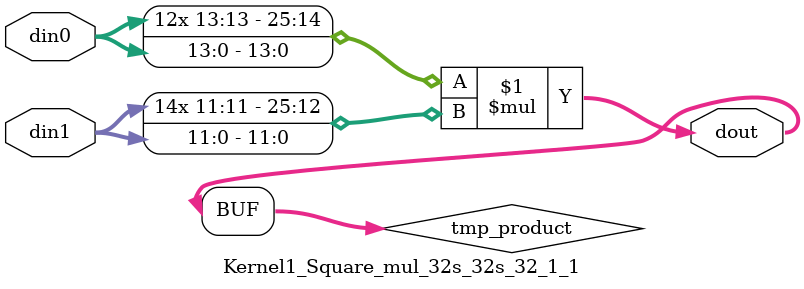
<source format=v>

`timescale 1 ns / 1 ps

 module Kernel1_Square_mul_32s_32s_32_1_1(din0, din1, dout);
parameter ID = 1;
parameter NUM_STAGE = 0;
parameter din0_WIDTH = 14;
parameter din1_WIDTH = 12;
parameter dout_WIDTH = 26;

input [din0_WIDTH - 1 : 0] din0; 
input [din1_WIDTH - 1 : 0] din1; 
output [dout_WIDTH - 1 : 0] dout;

wire signed [dout_WIDTH - 1 : 0] tmp_product;



























assign tmp_product = $signed(din0) * $signed(din1);








assign dout = tmp_product;





















endmodule

</source>
